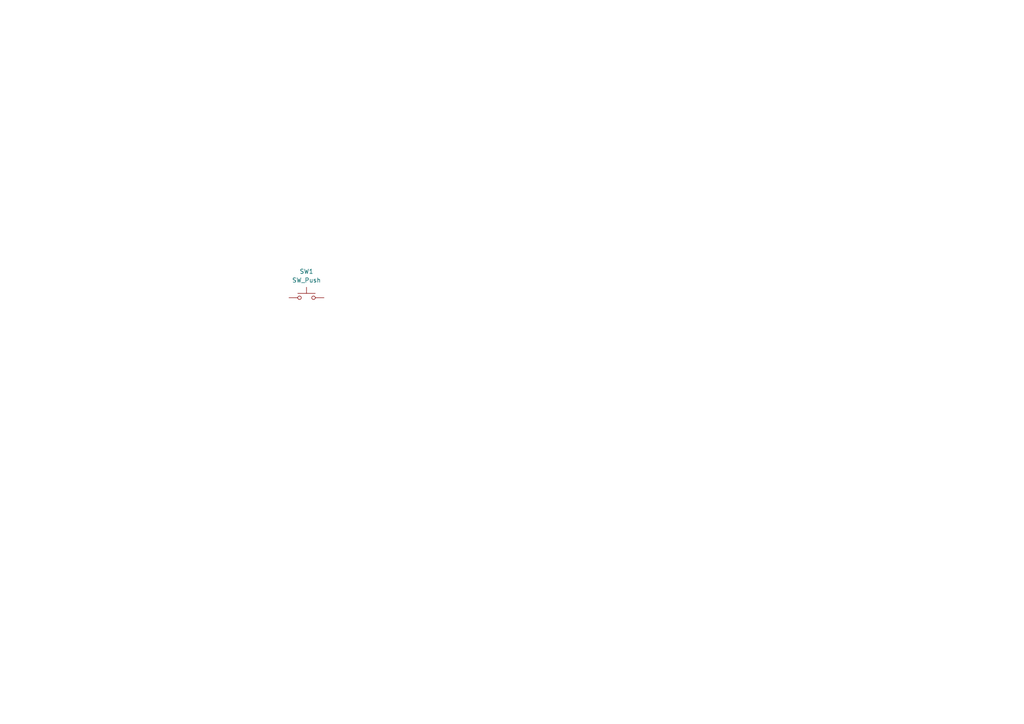
<source format=kicad_sch>
(kicad_sch (version 20231120) (generator "eeschema") (generator_version "8.0")
  (paper "A4")
  (lib_symbols
    (symbol "Switch:SW_Push" (pin_numbers hide) (pin_names (offset 1.016) hide)
      (property "Reference" "SW" (at 1.27 2.54 0))
      (property "Value" "SW_Push" (at 0 -1.524 0))
      (symbol "SW_Push_0_1"
        (circle (center -2.032 0) (radius 0.508))
        (polyline (pts (xy 0 1.27) (xy 0 3.048)))
        (polyline (pts (xy 2.54 1.27) (xy -2.54 1.27)))
        (circle (center 2.032 0) (radius 0.508))
        (pin passive line (at -5.08 0 0) (length 2.54) (name "1") (number "1"))
        (pin passive line (at 5.08 0 180) (length 2.54) (name "2") (number "2"))
      )
    )
  )
  (symbol (lib_id "Switch:SW_Push") (at 88.9 86.36 0) (unit 1)
    (property "Reference" "SW1" (at 88.9 78.74 0))
    (property "Value" "SW_Push" (at 88.9 81.28 0))
    (property "Footprint" "Button_Switch_Keyboard:SW_Cherry_MX_1.00u_PCB" (effects (hide yes)))
    (property "Description" "Push button switch, generic, two pins" (effects (hide yes)))
  )
)
</source>
